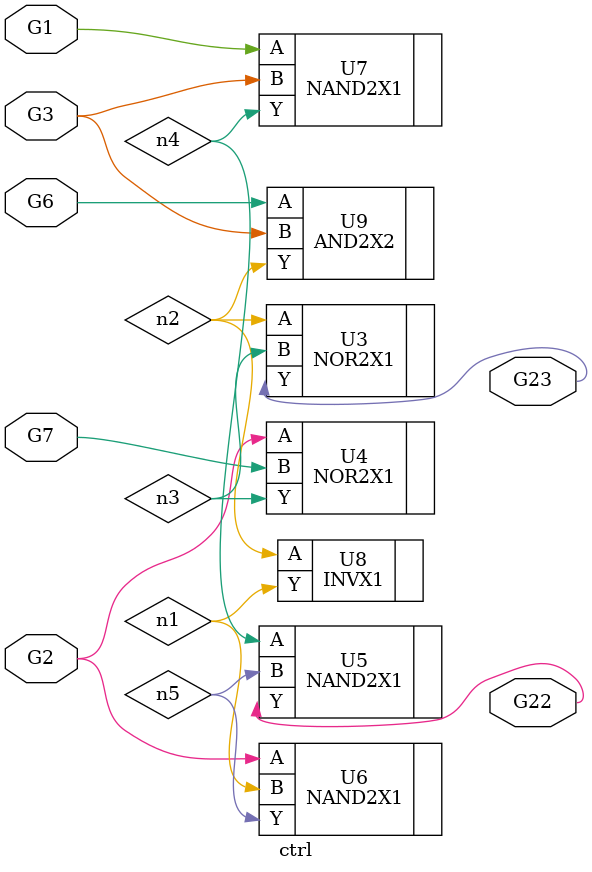
<source format=v>


module ctrl (G1, G2, G3, G6, G7, G22, G23 );
  input G1, G2, G3, G6, G7;
  output G22, G23;
  wire   n1, n2, n3, n4, n5;

  NOR2X1 U3 ( .A(n2), .B(n3), .Y(G23) );
  NOR2X1 U4 ( .A(G2), .B(G7), .Y(n3) );
  NAND2X1 U5 ( .A(n4), .B(n5), .Y(G22) );
  NAND2X1 U6 ( .A(G2), .B(n1), .Y(n5) );
  NAND2X1 U7 ( .A(G1), .B(G3), .Y(n4) );
  INVX1 U8 ( .A(n2), .Y(n1) );
  AND2X2 U9 ( .A(G6), .B(G3), .Y(n2) );
endmodule


</source>
